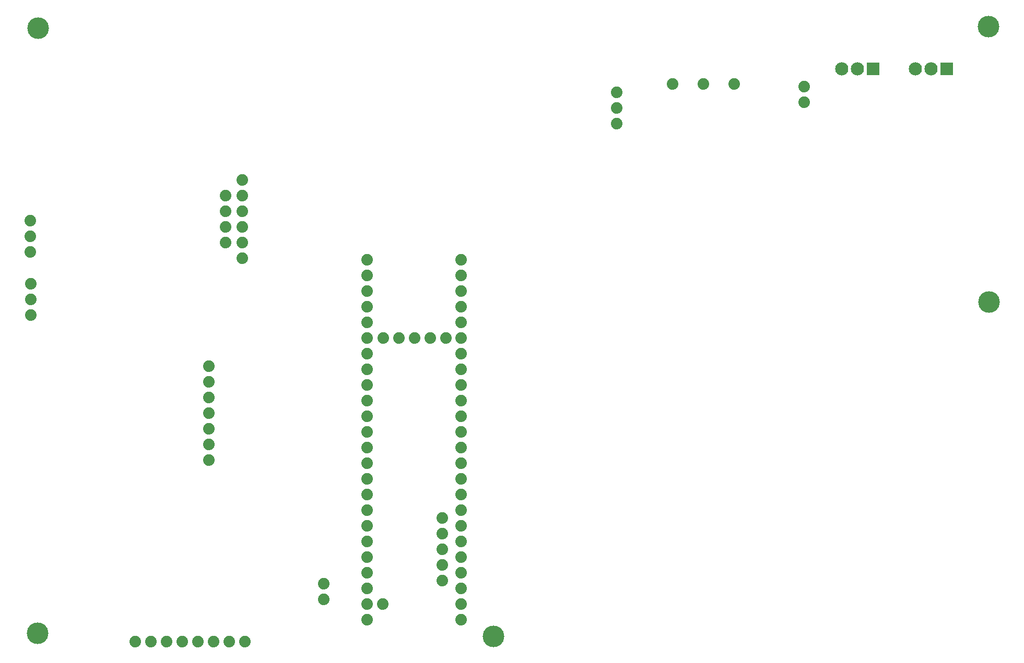
<source format=gbs>
G04*
G04 #@! TF.GenerationSoftware,Altium Limited,Altium Designer,23.1.1 (15)*
G04*
G04 Layer_Color=16711935*
%FSLAX23Y23*%
%MOIN*%
G70*
G04*
G04 #@! TF.SameCoordinates,15EB6A63-CFD6-40EC-87C0-43203FAF91A2*
G04*
G04*
G04 #@! TF.FilePolarity,Negative*
G04*
G01*
G75*
%ADD68C,0.074*%
%ADD69C,0.084*%
%ADD70R,0.084X0.084*%
%ADD71C,0.138*%
D68*
X4130Y3690D02*
D03*
Y3790D02*
D03*
Y3890D02*
D03*
X4485Y3942D02*
D03*
X4879D02*
D03*
X4682D02*
D03*
X1632Y3230D02*
D03*
Y3130D02*
D03*
Y3030D02*
D03*
Y2930D02*
D03*
X1740Y3330D02*
D03*
Y3230D02*
D03*
Y3130D02*
D03*
Y3030D02*
D03*
Y2930D02*
D03*
Y2830D02*
D03*
X1755Y380D02*
D03*
X1655D02*
D03*
X1555D02*
D03*
X1455D02*
D03*
X1255D02*
D03*
X1355D02*
D03*
X1055D02*
D03*
X1155D02*
D03*
X2260Y650D02*
D03*
Y750D02*
D03*
X1525Y2140D02*
D03*
Y2040D02*
D03*
Y1940D02*
D03*
Y1840D02*
D03*
Y1740D02*
D03*
Y1640D02*
D03*
Y1540D02*
D03*
X2535Y1520D02*
D03*
Y1420D02*
D03*
X3135Y2120D02*
D03*
Y2020D02*
D03*
Y520D02*
D03*
X2535Y620D02*
D03*
X5326Y3926D02*
D03*
X385Y2870D02*
D03*
X390Y2465D02*
D03*
X2535Y2220D02*
D03*
X3135Y1820D02*
D03*
Y1920D02*
D03*
Y1720D02*
D03*
Y1420D02*
D03*
Y1320D02*
D03*
Y1620D02*
D03*
Y1520D02*
D03*
Y2520D02*
D03*
Y2620D02*
D03*
Y2420D02*
D03*
Y2820D02*
D03*
Y2720D02*
D03*
Y2320D02*
D03*
Y2220D02*
D03*
X2940Y2320D02*
D03*
X3040D02*
D03*
X3135Y820D02*
D03*
Y720D02*
D03*
Y620D02*
D03*
Y1120D02*
D03*
Y1220D02*
D03*
Y1020D02*
D03*
X3015Y1170D02*
D03*
Y1070D02*
D03*
X3135Y920D02*
D03*
X3015Y770D02*
D03*
Y970D02*
D03*
Y870D02*
D03*
X2740Y2320D02*
D03*
X2640D02*
D03*
X2840D02*
D03*
X2535Y1720D02*
D03*
Y1620D02*
D03*
Y1920D02*
D03*
Y1820D02*
D03*
Y2520D02*
D03*
Y2620D02*
D03*
Y2420D02*
D03*
Y2820D02*
D03*
Y2720D02*
D03*
Y2120D02*
D03*
Y2020D02*
D03*
Y2320D02*
D03*
Y720D02*
D03*
Y820D02*
D03*
Y920D02*
D03*
X2635Y620D02*
D03*
X2535Y520D02*
D03*
Y1120D02*
D03*
Y1020D02*
D03*
Y1320D02*
D03*
Y1220D02*
D03*
X5326Y3826D02*
D03*
X385Y3070D02*
D03*
Y2970D02*
D03*
X390Y2665D02*
D03*
Y2565D02*
D03*
D69*
X6035Y4040D02*
D03*
X6135D02*
D03*
X5566D02*
D03*
X5666D02*
D03*
D70*
X6235D02*
D03*
X5766D02*
D03*
D71*
X6505Y2549D02*
D03*
X6502Y4310D02*
D03*
X3343Y413D02*
D03*
X431Y431D02*
D03*
X434Y4298D02*
D03*
M02*

</source>
